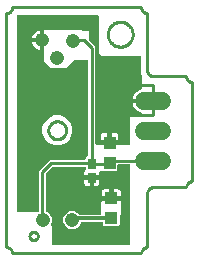
<source format=gbr>
G04 EAGLE Gerber RS-274X export*
G75*
%MOMM*%
%FSLAX34Y34*%
%LPD*%
%INBottom Copper*%
%IPPOS*%
%AMOC8*
5,1,8,0,0,1.08239X$1,22.5*%
G01*
%ADD10C,1.208000*%
%ADD11R,1.100000X1.000000*%
%ADD12C,1.508000*%
%ADD13R,0.740000X0.925000*%
%ADD14R,1.000000X1.100000*%
%ADD15C,0.304800*%
%ADD16C,0.756400*%
%ADD17C,0.254000*%
%ADD18C,0.254000*%

G36*
X26728Y34807D02*
X26728Y34807D01*
X26786Y34805D01*
X26868Y34827D01*
X26952Y34839D01*
X27005Y34862D01*
X27061Y34877D01*
X27134Y34920D01*
X27211Y34955D01*
X27256Y34993D01*
X27306Y35022D01*
X27364Y35084D01*
X27428Y35138D01*
X27460Y35187D01*
X27500Y35230D01*
X27539Y35305D01*
X27586Y35375D01*
X27603Y35431D01*
X27630Y35483D01*
X27641Y35551D01*
X27671Y35646D01*
X27674Y35746D01*
X27685Y35814D01*
X27685Y69738D01*
X36942Y78995D01*
X66140Y78995D01*
X66198Y79003D01*
X66256Y79001D01*
X66338Y79023D01*
X66422Y79035D01*
X66475Y79058D01*
X66531Y79073D01*
X66604Y79116D01*
X66681Y79151D01*
X66726Y79189D01*
X66776Y79218D01*
X66834Y79280D01*
X66898Y79334D01*
X66930Y79383D01*
X66970Y79426D01*
X67009Y79501D01*
X67056Y79571D01*
X67073Y79627D01*
X67100Y79679D01*
X67111Y79747D01*
X67141Y79842D01*
X67144Y79942D01*
X67155Y80010D01*
X67155Y81257D01*
X68048Y82150D01*
X68570Y82150D01*
X68628Y82158D01*
X68686Y82156D01*
X68768Y82178D01*
X68852Y82190D01*
X68905Y82213D01*
X68961Y82228D01*
X69034Y82271D01*
X69111Y82306D01*
X69156Y82344D01*
X69206Y82373D01*
X69264Y82435D01*
X69328Y82489D01*
X69360Y82538D01*
X69400Y82581D01*
X69439Y82656D01*
X69486Y82726D01*
X69503Y82782D01*
X69530Y82834D01*
X69541Y82902D01*
X69571Y82997D01*
X69574Y83097D01*
X69585Y83165D01*
X69585Y162306D01*
X69577Y162364D01*
X69579Y162422D01*
X69557Y162504D01*
X69545Y162588D01*
X69522Y162641D01*
X69507Y162697D01*
X69464Y162770D01*
X69429Y162847D01*
X69391Y162892D01*
X69362Y162942D01*
X69300Y163000D01*
X69246Y163064D01*
X69197Y163096D01*
X69154Y163136D01*
X69079Y163175D01*
X69009Y163222D01*
X68953Y163239D01*
X68901Y163266D01*
X68833Y163277D01*
X68738Y163307D01*
X68638Y163310D01*
X68570Y163321D01*
X58140Y163321D01*
X58054Y163309D01*
X57966Y163306D01*
X57914Y163289D01*
X57859Y163281D01*
X57779Y163246D01*
X57696Y163219D01*
X57657Y163191D01*
X57600Y163165D01*
X57486Y163069D01*
X57423Y163024D01*
X51860Y157461D01*
X51116Y156717D01*
X37784Y156717D01*
X32257Y162244D01*
X32257Y170744D01*
X32249Y170802D01*
X32251Y170860D01*
X32229Y170942D01*
X32229Y179606D01*
X32221Y179664D01*
X32223Y179722D01*
X32201Y179804D01*
X32189Y179887D01*
X32166Y179941D01*
X32151Y179997D01*
X32108Y180070D01*
X32073Y180147D01*
X32035Y180191D01*
X32006Y180242D01*
X31944Y180299D01*
X31907Y180343D01*
X31908Y180344D01*
X31972Y180399D01*
X32004Y180447D01*
X32044Y180490D01*
X32083Y180565D01*
X32130Y180635D01*
X32147Y180691D01*
X32174Y180743D01*
X32185Y180811D01*
X32215Y180906D01*
X32218Y181006D01*
X32229Y181074D01*
X32229Y188742D01*
X32345Y188735D01*
X32420Y188723D01*
X63830Y188723D01*
X63842Y188714D01*
X63906Y188654D01*
X63956Y188628D01*
X64000Y188595D01*
X64081Y188564D01*
X64159Y188524D01*
X64207Y188516D01*
X64265Y188494D01*
X64413Y188482D01*
X64490Y188469D01*
X70061Y188469D01*
X70359Y188171D01*
X70359Y180394D01*
X70371Y180308D01*
X70374Y180220D01*
X70391Y180167D01*
X70399Y180113D01*
X70434Y180033D01*
X70461Y179950D01*
X70489Y179910D01*
X70515Y179853D01*
X70611Y179740D01*
X70656Y179676D01*
X75175Y175158D01*
X75175Y92964D01*
X75183Y92906D01*
X75181Y92848D01*
X75203Y92766D01*
X75215Y92682D01*
X75238Y92629D01*
X75253Y92573D01*
X75296Y92500D01*
X75331Y92423D01*
X75369Y92378D01*
X75398Y92328D01*
X75460Y92270D01*
X75514Y92206D01*
X75563Y92174D01*
X75606Y92134D01*
X75681Y92095D01*
X75751Y92048D01*
X75807Y92031D01*
X75859Y92004D01*
X75927Y91993D01*
X76022Y91963D01*
X76122Y91960D01*
X76190Y91949D01*
X86444Y91949D01*
X86502Y91957D01*
X86560Y91955D01*
X86642Y91977D01*
X86725Y91989D01*
X86779Y92012D01*
X86835Y92027D01*
X86908Y92070D01*
X86985Y92105D01*
X87029Y92143D01*
X87080Y92172D01*
X87137Y92234D01*
X87202Y92288D01*
X87234Y92337D01*
X87274Y92380D01*
X87313Y92455D01*
X87359Y92525D01*
X87377Y92581D01*
X87404Y92633D01*
X87415Y92701D01*
X87445Y92796D01*
X87448Y92896D01*
X87459Y92964D01*
X87459Y93581D01*
X87461Y93581D01*
X87461Y92964D01*
X87469Y92906D01*
X87468Y92848D01*
X87489Y92766D01*
X87501Y92682D01*
X87525Y92629D01*
X87539Y92573D01*
X87582Y92500D01*
X87617Y92423D01*
X87655Y92378D01*
X87685Y92328D01*
X87746Y92270D01*
X87801Y92206D01*
X87849Y92174D01*
X87892Y92134D01*
X87967Y92095D01*
X88037Y92048D01*
X88093Y92031D01*
X88145Y92004D01*
X88213Y91993D01*
X88308Y91963D01*
X88408Y91960D01*
X88476Y91949D01*
X104140Y91949D01*
X104198Y91957D01*
X104256Y91955D01*
X104338Y91977D01*
X104422Y91989D01*
X104475Y92012D01*
X104531Y92027D01*
X104604Y92070D01*
X104681Y92105D01*
X104726Y92143D01*
X104776Y92172D01*
X104834Y92234D01*
X104898Y92288D01*
X104930Y92337D01*
X104970Y92380D01*
X105009Y92455D01*
X105056Y92525D01*
X105073Y92581D01*
X105100Y92633D01*
X105111Y92701D01*
X105141Y92796D01*
X105144Y92896D01*
X105155Y92964D01*
X105155Y115825D01*
X114300Y115825D01*
X114358Y115833D01*
X114416Y115831D01*
X114498Y115853D01*
X114582Y115865D01*
X114635Y115889D01*
X114691Y115903D01*
X114764Y115946D01*
X114841Y115981D01*
X114886Y116019D01*
X114936Y116049D01*
X114994Y116110D01*
X115058Y116165D01*
X115090Y116213D01*
X115130Y116256D01*
X115169Y116331D01*
X115216Y116401D01*
X115233Y116457D01*
X115260Y116509D01*
X115271Y116577D01*
X115301Y116672D01*
X115304Y116772D01*
X115315Y116840D01*
X115315Y118070D01*
X115309Y118111D01*
X115312Y118153D01*
X115290Y118251D01*
X115275Y118351D01*
X115258Y118389D01*
X115249Y118430D01*
X115201Y118518D01*
X115159Y118611D01*
X115132Y118642D01*
X115112Y118679D01*
X115041Y118751D01*
X114976Y118828D01*
X114941Y118851D01*
X114911Y118880D01*
X114843Y118916D01*
X114739Y118985D01*
X114665Y119009D01*
X114614Y119035D01*
X113050Y119543D01*
X111637Y120264D01*
X110353Y121196D01*
X109231Y122318D01*
X108298Y123602D01*
X107578Y125016D01*
X107087Y126525D01*
X107035Y126854D01*
X114300Y126854D01*
X114358Y126862D01*
X114416Y126861D01*
X114498Y126882D01*
X114582Y126894D01*
X114635Y126918D01*
X114691Y126933D01*
X114764Y126976D01*
X114841Y127010D01*
X114886Y127048D01*
X114936Y127078D01*
X114994Y127140D01*
X115058Y127194D01*
X115090Y127243D01*
X115130Y127285D01*
X115169Y127360D01*
X115216Y127431D01*
X115233Y127486D01*
X115260Y127538D01*
X115271Y127606D01*
X115301Y127702D01*
X115304Y127801D01*
X115315Y127870D01*
X115315Y129901D01*
X115307Y129959D01*
X115309Y130018D01*
X115287Y130099D01*
X115275Y130183D01*
X115252Y130236D01*
X115237Y130293D01*
X115194Y130365D01*
X115159Y130442D01*
X115121Y130487D01*
X115092Y130537D01*
X115030Y130595D01*
X114976Y130659D01*
X114927Y130692D01*
X114884Y130732D01*
X114809Y130770D01*
X114739Y130817D01*
X114683Y130835D01*
X114631Y130861D01*
X114563Y130873D01*
X114468Y130903D01*
X114368Y130905D01*
X114300Y130917D01*
X107035Y130917D01*
X107087Y131246D01*
X107578Y132755D01*
X108298Y134169D01*
X109231Y135453D01*
X110353Y136575D01*
X111637Y137507D01*
X113050Y138228D01*
X114614Y138736D01*
X114651Y138754D01*
X114691Y138764D01*
X114778Y138816D01*
X114869Y138860D01*
X114900Y138888D01*
X114936Y138910D01*
X115005Y138984D01*
X115080Y139051D01*
X115102Y139087D01*
X115130Y139117D01*
X115176Y139207D01*
X115230Y139293D01*
X115241Y139333D01*
X115260Y139370D01*
X115272Y139446D01*
X115306Y139567D01*
X115306Y139644D01*
X115315Y139701D01*
X115315Y149424D01*
X115302Y149520D01*
X115297Y149617D01*
X115283Y149655D01*
X115275Y149705D01*
X115205Y149862D01*
X115179Y149931D01*
X113918Y152115D01*
X113918Y166381D01*
X113901Y166505D01*
X113888Y166629D01*
X113881Y166645D01*
X113878Y166663D01*
X113827Y166777D01*
X113781Y166892D01*
X113770Y166906D01*
X113762Y166922D01*
X113682Y167017D01*
X113605Y167115D01*
X113590Y167126D01*
X113579Y167139D01*
X113475Y167208D01*
X113374Y167281D01*
X113357Y167287D01*
X113342Y167297D01*
X113223Y167335D01*
X113106Y167376D01*
X113090Y167377D01*
X113071Y167383D01*
X112787Y167390D01*
X112778Y167388D01*
X112770Y167388D01*
X112649Y167372D01*
X112449Y167316D01*
X112394Y167304D01*
X112284Y167258D01*
X111852Y167258D01*
X111776Y167248D01*
X111719Y167250D01*
X111513Y167222D01*
X111380Y167254D01*
X111327Y167251D01*
X111286Y167258D01*
X81754Y167258D01*
X81733Y167255D01*
X81712Y167257D01*
X81593Y167235D01*
X81514Y167224D01*
X81321Y167250D01*
X81245Y167249D01*
X81188Y167258D01*
X80756Y167258D01*
X80646Y167304D01*
X80445Y167356D01*
X80390Y167372D01*
X80333Y167380D01*
X80306Y167394D01*
X80243Y167440D01*
X80182Y167461D01*
X80125Y167492D01*
X80049Y167509D01*
X79975Y167535D01*
X79963Y167535D01*
X79924Y167565D01*
X79742Y167668D01*
X79694Y167698D01*
X79641Y167720D01*
X79618Y167741D01*
X79569Y167801D01*
X79516Y167838D01*
X79468Y167883D01*
X79399Y167918D01*
X79335Y167963D01*
X79323Y167966D01*
X79293Y168006D01*
X79144Y168152D01*
X79106Y168193D01*
X79060Y168228D01*
X79044Y168254D01*
X79012Y168325D01*
X78969Y168375D01*
X78935Y168430D01*
X78878Y168482D01*
X78827Y168542D01*
X78817Y168548D01*
X78798Y168594D01*
X78692Y168774D01*
X78665Y168824D01*
X78630Y168869D01*
X78622Y168899D01*
X78609Y168976D01*
X78581Y169034D01*
X78562Y169096D01*
X78520Y169162D01*
X78487Y169232D01*
X78479Y169241D01*
X78472Y169290D01*
X78416Y169491D01*
X78404Y169546D01*
X78358Y169656D01*
X78358Y170088D01*
X78351Y170142D01*
X78352Y170176D01*
X78348Y170188D01*
X78350Y170221D01*
X78322Y170427D01*
X78354Y170560D01*
X78351Y170613D01*
X78358Y170654D01*
X78358Y200186D01*
X78355Y200207D01*
X78357Y200228D01*
X78335Y200347D01*
X78324Y200427D01*
X78338Y200527D01*
X78336Y200652D01*
X78340Y200776D01*
X78335Y200794D01*
X78335Y200812D01*
X78299Y200931D01*
X78268Y201051D01*
X78259Y201067D01*
X78253Y201084D01*
X78186Y201189D01*
X78122Y201296D01*
X78109Y201308D01*
X78100Y201323D01*
X78006Y201405D01*
X77915Y201490D01*
X77899Y201499D01*
X77886Y201510D01*
X77773Y201563D01*
X77662Y201620D01*
X77646Y201622D01*
X77628Y201631D01*
X77347Y201675D01*
X77338Y201674D01*
X77331Y201675D01*
X10160Y201675D01*
X10102Y201667D01*
X10044Y201669D01*
X9962Y201647D01*
X9879Y201635D01*
X9825Y201612D01*
X9769Y201597D01*
X9696Y201554D01*
X9619Y201519D01*
X9574Y201481D01*
X9524Y201452D01*
X9466Y201390D01*
X9402Y201336D01*
X9370Y201287D01*
X9330Y201244D01*
X9291Y201169D01*
X9245Y201099D01*
X9227Y201043D01*
X9200Y200991D01*
X9189Y200923D01*
X9159Y200828D01*
X9156Y200728D01*
X9145Y200660D01*
X9145Y35814D01*
X9153Y35756D01*
X9151Y35698D01*
X9173Y35616D01*
X9185Y35532D01*
X9209Y35479D01*
X9223Y35423D01*
X9266Y35350D01*
X9301Y35273D01*
X9339Y35228D01*
X9369Y35178D01*
X9430Y35120D01*
X9485Y35056D01*
X9533Y35024D01*
X9576Y34984D01*
X9651Y34945D01*
X9721Y34898D01*
X9777Y34881D01*
X9829Y34854D01*
X9897Y34843D01*
X9992Y34813D01*
X10092Y34810D01*
X10160Y34799D01*
X26670Y34799D01*
X26728Y34807D01*
G37*
G36*
X104198Y6613D02*
X104198Y6613D01*
X104256Y6611D01*
X104338Y6633D01*
X104422Y6645D01*
X104475Y6669D01*
X104531Y6683D01*
X104604Y6726D01*
X104681Y6761D01*
X104726Y6799D01*
X104776Y6829D01*
X104834Y6890D01*
X104898Y6945D01*
X104930Y6993D01*
X104970Y7036D01*
X105009Y7111D01*
X105056Y7181D01*
X105073Y7237D01*
X105100Y7289D01*
X105111Y7357D01*
X105141Y7452D01*
X105144Y7552D01*
X105155Y7620D01*
X105155Y74276D01*
X105147Y74333D01*
X105149Y74392D01*
X105127Y74473D01*
X105115Y74557D01*
X105092Y74610D01*
X105077Y74667D01*
X105034Y74739D01*
X104999Y74816D01*
X104961Y74861D01*
X104932Y74911D01*
X104870Y74969D01*
X104816Y75033D01*
X104767Y75066D01*
X104724Y75106D01*
X104649Y75144D01*
X104579Y75191D01*
X104523Y75209D01*
X104471Y75235D01*
X104403Y75247D01*
X104308Y75277D01*
X104208Y75279D01*
X104140Y75291D01*
X95000Y75291D01*
X94942Y75283D01*
X94884Y75284D01*
X94802Y75263D01*
X94718Y75251D01*
X94665Y75227D01*
X94609Y75212D01*
X94536Y75169D01*
X94459Y75135D01*
X94414Y75097D01*
X94364Y75067D01*
X94306Y75005D01*
X94242Y74951D01*
X94210Y74902D01*
X94170Y74860D01*
X94131Y74785D01*
X94084Y74714D01*
X94067Y74659D01*
X94040Y74607D01*
X94029Y74539D01*
X93999Y74443D01*
X93996Y74344D01*
X93985Y74276D01*
X93985Y70448D01*
X93092Y69555D01*
X85935Y69555D01*
X85849Y69543D01*
X85761Y69540D01*
X85709Y69523D01*
X85654Y69515D01*
X85574Y69480D01*
X85491Y69453D01*
X85451Y69425D01*
X85394Y69399D01*
X85326Y69341D01*
X79636Y69341D01*
X79578Y69333D01*
X79520Y69335D01*
X79438Y69313D01*
X79354Y69301D01*
X79301Y69278D01*
X79245Y69263D01*
X79172Y69220D01*
X79095Y69185D01*
X79050Y69147D01*
X79000Y69118D01*
X78942Y69056D01*
X78878Y69002D01*
X78846Y68953D01*
X78806Y68910D01*
X78767Y68835D01*
X78720Y68765D01*
X78703Y68709D01*
X78676Y68657D01*
X78665Y68589D01*
X78635Y68494D01*
X78632Y68394D01*
X78621Y68326D01*
X78621Y65849D01*
X73214Y65849D01*
X73156Y65841D01*
X73098Y65843D01*
X73016Y65821D01*
X72933Y65809D01*
X72879Y65786D01*
X72823Y65771D01*
X72750Y65728D01*
X72673Y65693D01*
X72629Y65655D01*
X72578Y65626D01*
X72521Y65564D01*
X72456Y65510D01*
X72424Y65461D01*
X72384Y65418D01*
X72378Y65407D01*
X72367Y65420D01*
X72337Y65470D01*
X72276Y65528D01*
X72221Y65592D01*
X72173Y65624D01*
X72130Y65664D01*
X72055Y65703D01*
X71985Y65750D01*
X71929Y65767D01*
X71877Y65794D01*
X71809Y65805D01*
X71714Y65835D01*
X71614Y65838D01*
X71546Y65849D01*
X66139Y65849D01*
X66139Y68959D01*
X66312Y69606D01*
X66647Y70185D01*
X66858Y70396D01*
X66910Y70466D01*
X66970Y70530D01*
X66996Y70579D01*
X67029Y70623D01*
X67060Y70705D01*
X67100Y70783D01*
X67108Y70830D01*
X67130Y70889D01*
X67142Y71037D01*
X67155Y71114D01*
X67155Y72390D01*
X67147Y72448D01*
X67149Y72506D01*
X67127Y72588D01*
X67115Y72672D01*
X67092Y72725D01*
X67077Y72781D01*
X67034Y72854D01*
X66999Y72931D01*
X66961Y72976D01*
X66932Y73026D01*
X66870Y73084D01*
X66816Y73148D01*
X66767Y73180D01*
X66724Y73220D01*
X66649Y73259D01*
X66579Y73306D01*
X66523Y73323D01*
X66471Y73350D01*
X66403Y73361D01*
X66308Y73391D01*
X66208Y73394D01*
X66140Y73405D01*
X39678Y73405D01*
X39592Y73393D01*
X39504Y73390D01*
X39451Y73373D01*
X39397Y73365D01*
X39317Y73330D01*
X39234Y73303D01*
X39194Y73275D01*
X39137Y73249D01*
X39024Y73153D01*
X38960Y73108D01*
X33572Y67720D01*
X33520Y67650D01*
X33460Y67586D01*
X33434Y67537D01*
X33401Y67493D01*
X33370Y67411D01*
X33330Y67333D01*
X33322Y67285D01*
X33300Y67227D01*
X33288Y67079D01*
X33275Y67002D01*
X33275Y35973D01*
X33275Y35971D01*
X33275Y35970D01*
X33295Y35830D01*
X33315Y35692D01*
X33315Y35690D01*
X33315Y35689D01*
X33373Y35560D01*
X33431Y35432D01*
X33432Y35431D01*
X33433Y35429D01*
X33524Y35322D01*
X33614Y35215D01*
X33616Y35214D01*
X33617Y35213D01*
X33630Y35205D01*
X33851Y35058D01*
X33880Y35048D01*
X33901Y35035D01*
X35065Y34553D01*
X37193Y32425D01*
X38345Y29645D01*
X38345Y26635D01*
X37573Y24773D01*
X37545Y24661D01*
X37510Y24552D01*
X37509Y24524D01*
X37502Y24497D01*
X37505Y24383D01*
X37503Y24268D01*
X37510Y24241D01*
X37510Y24213D01*
X37545Y24104D01*
X37574Y23993D01*
X37589Y23969D01*
X37597Y23942D01*
X37661Y23847D01*
X37720Y23748D01*
X37740Y23729D01*
X37755Y23706D01*
X37843Y23632D01*
X37927Y23554D01*
X37952Y23541D01*
X37973Y23523D01*
X38078Y23477D01*
X38180Y23424D01*
X38205Y23420D01*
X38233Y23408D01*
X38278Y23401D01*
X38609Y23071D01*
X38609Y7620D01*
X38617Y7562D01*
X38615Y7504D01*
X38637Y7422D01*
X38649Y7339D01*
X38672Y7285D01*
X38687Y7229D01*
X38730Y7156D01*
X38765Y7079D01*
X38803Y7034D01*
X38832Y6984D01*
X38894Y6926D01*
X38948Y6862D01*
X38997Y6830D01*
X39040Y6790D01*
X39115Y6751D01*
X39185Y6705D01*
X39241Y6687D01*
X39293Y6660D01*
X39361Y6649D01*
X39456Y6619D01*
X39556Y6616D01*
X39624Y6605D01*
X104140Y6605D01*
X104198Y6613D01*
G37*
%LPC*%
G36*
X54375Y20375D02*
X54375Y20375D01*
X51595Y21527D01*
X49467Y23655D01*
X48315Y26435D01*
X48315Y29445D01*
X49467Y32225D01*
X51595Y34353D01*
X54375Y35505D01*
X57385Y35505D01*
X60165Y34353D01*
X61572Y32946D01*
X61642Y32894D01*
X61706Y32834D01*
X61755Y32808D01*
X61799Y32775D01*
X61881Y32744D01*
X61959Y32704D01*
X62006Y32696D01*
X62065Y32674D01*
X62213Y32662D01*
X62290Y32649D01*
X79629Y32649D01*
X79687Y32657D01*
X79745Y32655D01*
X79827Y32677D01*
X79911Y32689D01*
X79964Y32712D01*
X80020Y32727D01*
X80093Y32770D01*
X80170Y32805D01*
X80215Y32843D01*
X80265Y32872D01*
X80323Y32934D01*
X80387Y32988D01*
X80419Y33037D01*
X80459Y33080D01*
X80498Y33155D01*
X80545Y33225D01*
X80562Y33281D01*
X80589Y33333D01*
X80600Y33401D01*
X80630Y33496D01*
X80633Y33596D01*
X80644Y33664D01*
X80644Y43463D01*
X80674Y43495D01*
X80700Y43544D01*
X80733Y43588D01*
X80764Y43670D01*
X80804Y43748D01*
X80812Y43795D01*
X80834Y43854D01*
X80846Y44002D01*
X80859Y44079D01*
X80859Y44569D01*
X87884Y44569D01*
X87942Y44577D01*
X88000Y44575D01*
X88082Y44597D01*
X88165Y44609D01*
X88219Y44633D01*
X88275Y44647D01*
X88348Y44690D01*
X88425Y44725D01*
X88469Y44763D01*
X88520Y44793D01*
X88577Y44854D01*
X88642Y44909D01*
X88674Y44957D01*
X88714Y45000D01*
X88753Y45075D01*
X88799Y45145D01*
X88817Y45201D01*
X88844Y45253D01*
X88855Y45321D01*
X88885Y45416D01*
X88888Y45516D01*
X88899Y45584D01*
X88899Y46601D01*
X88901Y46601D01*
X88901Y45584D01*
X88909Y45526D01*
X88908Y45468D01*
X88929Y45386D01*
X88941Y45303D01*
X88965Y45249D01*
X88979Y45193D01*
X89022Y45120D01*
X89057Y45043D01*
X89095Y44998D01*
X89125Y44948D01*
X89186Y44890D01*
X89241Y44826D01*
X89289Y44794D01*
X89332Y44754D01*
X89407Y44715D01*
X89477Y44669D01*
X89533Y44651D01*
X89585Y44624D01*
X89653Y44613D01*
X89748Y44583D01*
X89848Y44580D01*
X89916Y44569D01*
X96941Y44569D01*
X96941Y44079D01*
X96953Y43992D01*
X96956Y43905D01*
X96973Y43852D01*
X96981Y43797D01*
X97016Y43718D01*
X97043Y43634D01*
X97071Y43595D01*
X97097Y43538D01*
X97156Y43468D01*
X97156Y32757D01*
X96760Y32361D01*
X96742Y32356D01*
X96658Y32344D01*
X96605Y32321D01*
X96549Y32306D01*
X96476Y32263D01*
X96399Y32228D01*
X96354Y32190D01*
X96304Y32161D01*
X96246Y32099D01*
X96182Y32045D01*
X96150Y31996D01*
X96110Y31953D01*
X96071Y31878D01*
X96024Y31808D01*
X96007Y31752D01*
X95980Y31700D01*
X95969Y31632D01*
X95939Y31537D01*
X95936Y31437D01*
X95925Y31369D01*
X95925Y23968D01*
X95032Y23075D01*
X82768Y23075D01*
X81875Y23968D01*
X81875Y25536D01*
X81867Y25594D01*
X81869Y25652D01*
X81847Y25734D01*
X81835Y25818D01*
X81812Y25871D01*
X81797Y25927D01*
X81754Y26000D01*
X81719Y26077D01*
X81681Y26122D01*
X81652Y26172D01*
X81590Y26230D01*
X81536Y26294D01*
X81487Y26326D01*
X81444Y26366D01*
X81369Y26405D01*
X81299Y26452D01*
X81243Y26469D01*
X81191Y26496D01*
X81123Y26507D01*
X81028Y26537D01*
X80928Y26540D01*
X80860Y26551D01*
X64171Y26551D01*
X64170Y26551D01*
X64168Y26551D01*
X64028Y26531D01*
X63890Y26511D01*
X63888Y26511D01*
X63887Y26511D01*
X63761Y26454D01*
X63630Y26395D01*
X63629Y26394D01*
X63628Y26393D01*
X63520Y26302D01*
X63413Y26212D01*
X63412Y26210D01*
X63411Y26209D01*
X63403Y26196D01*
X63256Y25975D01*
X63246Y25946D01*
X63233Y25925D01*
X62293Y23655D01*
X60165Y21527D01*
X57385Y20375D01*
X54375Y20375D01*
G37*
%LPD*%
%LPC*%
G36*
X40678Y91559D02*
X40678Y91559D01*
X36054Y93475D01*
X32515Y97014D01*
X30599Y101638D01*
X30599Y106642D01*
X32515Y111266D01*
X36054Y114805D01*
X40678Y116721D01*
X45682Y116721D01*
X50306Y114805D01*
X53845Y111266D01*
X55761Y106642D01*
X55761Y101638D01*
X53845Y97014D01*
X50306Y93475D01*
X45682Y91559D01*
X40678Y91559D01*
G37*
%LPD*%
%LPC*%
G36*
X89491Y95611D02*
X89491Y95611D01*
X89491Y101621D01*
X92794Y101621D01*
X93441Y101448D01*
X94020Y101113D01*
X94493Y100640D01*
X94828Y100061D01*
X95001Y99414D01*
X95001Y95611D01*
X89491Y95611D01*
G37*
%LPD*%
%LPC*%
G36*
X90931Y48631D02*
X90931Y48631D01*
X90931Y54141D01*
X94734Y54141D01*
X95381Y53968D01*
X95960Y53633D01*
X96433Y53160D01*
X96768Y52581D01*
X96941Y51934D01*
X96941Y48631D01*
X90931Y48631D01*
G37*
%LPD*%
%LPC*%
G36*
X80859Y48631D02*
X80859Y48631D01*
X80859Y51934D01*
X81032Y52581D01*
X81367Y53160D01*
X81840Y53633D01*
X82419Y53968D01*
X83066Y54141D01*
X86869Y54141D01*
X86869Y48631D01*
X80859Y48631D01*
G37*
%LPD*%
%LPC*%
G36*
X79919Y95611D02*
X79919Y95611D01*
X79919Y99414D01*
X80092Y100061D01*
X80427Y100640D01*
X80900Y101113D01*
X81479Y101448D01*
X82126Y101621D01*
X85429Y101621D01*
X85429Y95611D01*
X79919Y95611D01*
G37*
%LPD*%
%LPC*%
G36*
X22079Y182089D02*
X22079Y182089D01*
X22229Y182843D01*
X22876Y184404D01*
X23815Y185810D01*
X25010Y187005D01*
X26416Y187944D01*
X27977Y188591D01*
X28731Y188741D01*
X28731Y182089D01*
X22079Y182089D01*
G37*
%LPD*%
%LPC*%
G36*
X27977Y172089D02*
X27977Y172089D01*
X26416Y172736D01*
X25010Y173675D01*
X23815Y174870D01*
X22876Y176276D01*
X22229Y177837D01*
X22079Y178591D01*
X28731Y178591D01*
X28731Y171939D01*
X27977Y172089D01*
G37*
%LPD*%
%LPC*%
G36*
X74229Y56834D02*
X74229Y56834D01*
X74229Y62151D01*
X78621Y62151D01*
X78621Y59041D01*
X78448Y58394D01*
X78113Y57815D01*
X77640Y57342D01*
X77061Y57007D01*
X76414Y56834D01*
X74229Y56834D01*
G37*
%LPD*%
%LPC*%
G36*
X68346Y56834D02*
X68346Y56834D01*
X67699Y57007D01*
X67120Y57342D01*
X66647Y57815D01*
X66312Y58394D01*
X66139Y59041D01*
X66139Y62151D01*
X70531Y62151D01*
X70531Y56834D01*
X68346Y56834D01*
G37*
%LPD*%
D10*
X30780Y28140D03*
X56180Y180140D03*
X43180Y165640D03*
X55880Y27940D03*
X30480Y180340D03*
D11*
X88900Y29600D03*
X88900Y46600D03*
D12*
X116920Y128886D02*
X132000Y128886D01*
X132000Y103486D02*
X116920Y103486D01*
X116920Y78086D02*
X132000Y78086D01*
D13*
X72380Y76000D03*
X72380Y64000D03*
D14*
X87460Y76580D03*
X87460Y93580D03*
D15*
X55880Y29600D02*
X55880Y27940D01*
X55880Y29600D02*
X88900Y29600D01*
D16*
X45720Y13970D03*
X16510Y41910D03*
X15240Y88900D03*
X69850Y195580D03*
X15240Y149860D03*
X41910Y64770D03*
X17780Y195580D03*
X96520Y12700D03*
X80010Y147320D03*
X100330Y96520D03*
X107950Y162560D03*
X62230Y86360D03*
X38100Y124460D03*
X80010Y113030D03*
X100330Y142240D03*
D17*
X100330Y116840D02*
X124460Y116840D01*
X124460Y128886D01*
X124460Y142240D02*
X100330Y142240D01*
X124460Y142240D02*
X124460Y128886D01*
D16*
X99060Y66040D03*
X59690Y154940D03*
X72390Y49530D03*
X59690Y119380D03*
D17*
X30480Y68580D02*
X30480Y28140D01*
X38100Y76200D02*
X72380Y76200D01*
X38100Y76200D02*
X30480Y68580D01*
X87460Y78086D02*
X124460Y78086D01*
X87460Y78086D02*
X87460Y76580D01*
X72380Y76000D02*
X72380Y174000D01*
X66040Y180340D01*
X56380Y180340D01*
X56180Y180140D01*
X30780Y28140D02*
X30480Y28140D01*
X72380Y76000D02*
X87460Y76000D01*
X87460Y76580D01*
X72380Y76200D02*
X72380Y76000D01*
D18*
X0Y5080D02*
X443Y5061D01*
X882Y5003D01*
X1315Y4907D01*
X1737Y4774D01*
X2147Y4604D01*
X2540Y4399D01*
X2914Y4161D01*
X3265Y3892D01*
X3592Y3592D01*
X3892Y3265D01*
X4161Y2914D01*
X4399Y2540D01*
X4604Y2147D01*
X4774Y1737D01*
X4907Y1315D01*
X5003Y882D01*
X5061Y443D01*
X5080Y0D01*
X114300Y0D01*
X114319Y443D01*
X114377Y882D01*
X114473Y1315D01*
X114606Y1737D01*
X114776Y2147D01*
X114981Y2540D01*
X115219Y2914D01*
X115489Y3265D01*
X115788Y3592D01*
X116115Y3892D01*
X116466Y4161D01*
X116840Y4399D01*
X117233Y4604D01*
X117643Y4774D01*
X118065Y4907D01*
X118498Y5003D01*
X118937Y5061D01*
X119380Y5080D01*
X119380Y50800D01*
X119399Y51243D01*
X119457Y51682D01*
X119553Y52115D01*
X119686Y52537D01*
X119856Y52947D01*
X120061Y53340D01*
X120299Y53714D01*
X120569Y54065D01*
X120868Y54392D01*
X121195Y54692D01*
X121546Y54961D01*
X121920Y55199D01*
X122313Y55404D01*
X122723Y55574D01*
X123145Y55707D01*
X123578Y55803D01*
X124017Y55861D01*
X124460Y55880D01*
X152400Y55880D01*
X152419Y56323D01*
X152477Y56762D01*
X152573Y57195D01*
X152706Y57617D01*
X152876Y58027D01*
X153081Y58420D01*
X153319Y58794D01*
X153589Y59145D01*
X153888Y59472D01*
X154215Y59772D01*
X154566Y60041D01*
X154940Y60279D01*
X155333Y60484D01*
X155743Y60654D01*
X156165Y60787D01*
X156598Y60883D01*
X157037Y60941D01*
X157480Y60960D01*
X157480Y144780D01*
X157037Y144799D01*
X156598Y144857D01*
X156165Y144953D01*
X155743Y145086D01*
X155333Y145256D01*
X154940Y145461D01*
X154566Y145699D01*
X154215Y145969D01*
X153888Y146268D01*
X153589Y146595D01*
X153319Y146946D01*
X153081Y147320D01*
X152876Y147713D01*
X152706Y148123D01*
X152573Y148545D01*
X152477Y148978D01*
X152419Y149417D01*
X152400Y149860D01*
X124460Y149860D01*
X124017Y149879D01*
X123578Y149937D01*
X123145Y150033D01*
X122723Y150166D01*
X122313Y150336D01*
X121920Y150541D01*
X121546Y150779D01*
X121195Y151049D01*
X120868Y151348D01*
X120569Y151675D01*
X120299Y152026D01*
X120061Y152400D01*
X119856Y152793D01*
X119686Y153203D01*
X119553Y153625D01*
X119457Y154058D01*
X119399Y154497D01*
X119380Y154940D01*
X119380Y203200D01*
X118937Y203219D01*
X118498Y203277D01*
X118065Y203373D01*
X117643Y203506D01*
X117233Y203676D01*
X116840Y203881D01*
X116466Y204119D01*
X116115Y204389D01*
X115788Y204688D01*
X115489Y205015D01*
X115219Y205366D01*
X114981Y205740D01*
X114776Y206133D01*
X114606Y206543D01*
X114473Y206965D01*
X114377Y207398D01*
X114319Y207837D01*
X114300Y208280D01*
X5080Y208280D01*
X5061Y207837D01*
X5003Y207398D01*
X4907Y206965D01*
X4774Y206543D01*
X4604Y206133D01*
X4399Y205740D01*
X4161Y205366D01*
X3892Y205015D01*
X3592Y204688D01*
X3265Y204389D01*
X2914Y204119D01*
X2540Y203881D01*
X2147Y203676D01*
X1737Y203506D01*
X1315Y203373D01*
X882Y203277D01*
X443Y203219D01*
X0Y203200D01*
X0Y5080D01*
X107020Y185007D02*
X106955Y184185D01*
X106826Y183370D01*
X106634Y182568D01*
X106379Y181783D01*
X106063Y181021D01*
X105688Y180286D01*
X105257Y179582D01*
X104772Y178915D01*
X104236Y178287D01*
X103653Y177704D01*
X103026Y177168D01*
X102358Y176683D01*
X101654Y176252D01*
X100919Y175877D01*
X100157Y175561D01*
X99372Y175306D01*
X98570Y175114D01*
X97755Y174985D01*
X96933Y174920D01*
X96107Y174920D01*
X95285Y174985D01*
X94470Y175114D01*
X93668Y175306D01*
X92883Y175561D01*
X92121Y175877D01*
X91386Y176252D01*
X90682Y176683D01*
X90015Y177168D01*
X89387Y177704D01*
X88804Y178287D01*
X88268Y178915D01*
X87783Y179582D01*
X87352Y180286D01*
X86977Y181021D01*
X86661Y181783D01*
X86406Y182568D01*
X86214Y183370D01*
X86085Y184185D01*
X86020Y185007D01*
X86020Y185833D01*
X86085Y186655D01*
X86214Y187470D01*
X86406Y188272D01*
X86661Y189057D01*
X86977Y189819D01*
X87352Y190554D01*
X87783Y191258D01*
X88268Y191926D01*
X88804Y192553D01*
X89387Y193136D01*
X90015Y193672D01*
X90682Y194157D01*
X91386Y194588D01*
X92121Y194963D01*
X92883Y195279D01*
X93668Y195534D01*
X94470Y195726D01*
X95285Y195855D01*
X96107Y195920D01*
X96933Y195920D01*
X97755Y195855D01*
X98570Y195726D01*
X99372Y195534D01*
X100157Y195279D01*
X100919Y194963D01*
X101654Y194588D01*
X102358Y194157D01*
X103026Y193672D01*
X103653Y193136D01*
X104236Y192553D01*
X104772Y191926D01*
X105257Y191258D01*
X105688Y190554D01*
X106063Y189819D01*
X106379Y189057D01*
X106634Y188272D01*
X106826Y187470D01*
X106955Y186655D01*
X107020Y185833D01*
X107020Y185007D01*
X43548Y111640D02*
X44282Y111568D01*
X45005Y111424D01*
X45710Y111210D01*
X46391Y110928D01*
X47040Y110581D01*
X47653Y110171D01*
X48223Y109704D01*
X48744Y109183D01*
X49211Y108613D01*
X49621Y108000D01*
X49968Y107351D01*
X50250Y106670D01*
X50464Y105965D01*
X50608Y105242D01*
X50680Y104508D01*
X50680Y103772D01*
X50608Y103038D01*
X50464Y102315D01*
X50250Y101610D01*
X49968Y100929D01*
X49621Y100280D01*
X49211Y99667D01*
X48744Y99097D01*
X48223Y98576D01*
X47653Y98109D01*
X47040Y97699D01*
X46391Y97352D01*
X45710Y97070D01*
X45005Y96856D01*
X44282Y96712D01*
X43548Y96640D01*
X42812Y96640D01*
X42078Y96712D01*
X41355Y96856D01*
X40650Y97070D01*
X39969Y97352D01*
X39320Y97699D01*
X38707Y98109D01*
X38137Y98576D01*
X37616Y99097D01*
X37149Y99667D01*
X36739Y100280D01*
X36392Y100929D01*
X36110Y101610D01*
X35896Y102315D01*
X35752Y103038D01*
X35680Y103772D01*
X35680Y104508D01*
X35752Y105242D01*
X35896Y105965D01*
X36110Y106670D01*
X36392Y107351D01*
X36739Y108000D01*
X37149Y108613D01*
X37616Y109183D01*
X38137Y109704D01*
X38707Y110171D01*
X39320Y110581D01*
X39969Y110928D01*
X40650Y111210D01*
X41355Y111424D01*
X42078Y111568D01*
X42812Y111640D01*
X43548Y111640D01*
X23409Y18140D02*
X23864Y18080D01*
X24307Y17961D01*
X24731Y17786D01*
X25129Y17556D01*
X25493Y17277D01*
X25817Y16953D01*
X26096Y16589D01*
X26326Y16191D01*
X26501Y15767D01*
X26620Y15324D01*
X26680Y14869D01*
X26680Y14411D01*
X26620Y13956D01*
X26501Y13513D01*
X26326Y13089D01*
X26096Y12691D01*
X25817Y12327D01*
X25493Y12003D01*
X25129Y11724D01*
X24731Y11494D01*
X24307Y11319D01*
X23864Y11200D01*
X23409Y11140D01*
X22951Y11140D01*
X22496Y11200D01*
X22053Y11319D01*
X21629Y11494D01*
X21231Y11724D01*
X20867Y12003D01*
X20543Y12327D01*
X20264Y12691D01*
X20034Y13089D01*
X19859Y13513D01*
X19740Y13956D01*
X19680Y14411D01*
X19680Y14869D01*
X19740Y15324D01*
X19859Y15767D01*
X20034Y16191D01*
X20264Y16589D01*
X20543Y16953D01*
X20867Y17277D01*
X21231Y17556D01*
X21629Y17786D01*
X22053Y17961D01*
X22496Y18080D01*
X22951Y18140D01*
X23409Y18140D01*
M02*

</source>
